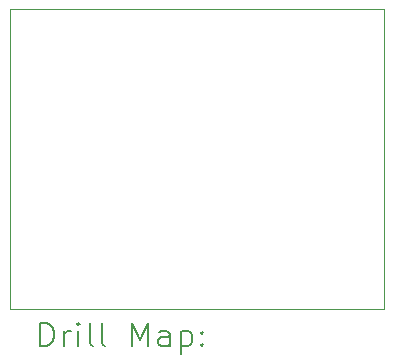
<source format=gbr>
%TF.GenerationSoftware,KiCad,Pcbnew,8.0.3*%
%TF.CreationDate,2024-06-16T13:56:39+02:00*%
%TF.ProjectId,UPET-Wifi,55504554-2d57-4696-9669-2e6b69636164,rev?*%
%TF.SameCoordinates,Original*%
%TF.FileFunction,Drillmap*%
%TF.FilePolarity,Positive*%
%FSLAX45Y45*%
G04 Gerber Fmt 4.5, Leading zero omitted, Abs format (unit mm)*
G04 Created by KiCad (PCBNEW 8.0.3) date 2024-06-16 13:56:39*
%MOMM*%
%LPD*%
G01*
G04 APERTURE LIST*
%ADD10C,0.050000*%
%ADD11C,0.200000*%
G04 APERTURE END LIST*
D10*
X15621000Y-10795000D02*
X12448500Y-10795000D01*
X12448500Y-8255000D02*
X15621000Y-8255000D01*
X15621000Y-8255000D02*
X15621000Y-10795000D01*
X12448500Y-10795000D02*
X12448500Y-8255000D01*
D11*
X12706777Y-11108984D02*
X12706777Y-10908984D01*
X12706777Y-10908984D02*
X12754396Y-10908984D01*
X12754396Y-10908984D02*
X12782967Y-10918508D01*
X12782967Y-10918508D02*
X12802015Y-10937555D01*
X12802015Y-10937555D02*
X12811539Y-10956603D01*
X12811539Y-10956603D02*
X12821062Y-10994698D01*
X12821062Y-10994698D02*
X12821062Y-11023270D01*
X12821062Y-11023270D02*
X12811539Y-11061365D01*
X12811539Y-11061365D02*
X12802015Y-11080412D01*
X12802015Y-11080412D02*
X12782967Y-11099460D01*
X12782967Y-11099460D02*
X12754396Y-11108984D01*
X12754396Y-11108984D02*
X12706777Y-11108984D01*
X12906777Y-11108984D02*
X12906777Y-10975650D01*
X12906777Y-11013746D02*
X12916301Y-10994698D01*
X12916301Y-10994698D02*
X12925824Y-10985174D01*
X12925824Y-10985174D02*
X12944872Y-10975650D01*
X12944872Y-10975650D02*
X12963920Y-10975650D01*
X13030586Y-11108984D02*
X13030586Y-10975650D01*
X13030586Y-10908984D02*
X13021062Y-10918508D01*
X13021062Y-10918508D02*
X13030586Y-10928031D01*
X13030586Y-10928031D02*
X13040110Y-10918508D01*
X13040110Y-10918508D02*
X13030586Y-10908984D01*
X13030586Y-10908984D02*
X13030586Y-10928031D01*
X13154396Y-11108984D02*
X13135348Y-11099460D01*
X13135348Y-11099460D02*
X13125824Y-11080412D01*
X13125824Y-11080412D02*
X13125824Y-10908984D01*
X13259158Y-11108984D02*
X13240110Y-11099460D01*
X13240110Y-11099460D02*
X13230586Y-11080412D01*
X13230586Y-11080412D02*
X13230586Y-10908984D01*
X13487729Y-11108984D02*
X13487729Y-10908984D01*
X13487729Y-10908984D02*
X13554396Y-11051841D01*
X13554396Y-11051841D02*
X13621062Y-10908984D01*
X13621062Y-10908984D02*
X13621062Y-11108984D01*
X13802015Y-11108984D02*
X13802015Y-11004222D01*
X13802015Y-11004222D02*
X13792491Y-10985174D01*
X13792491Y-10985174D02*
X13773443Y-10975650D01*
X13773443Y-10975650D02*
X13735348Y-10975650D01*
X13735348Y-10975650D02*
X13716301Y-10985174D01*
X13802015Y-11099460D02*
X13782967Y-11108984D01*
X13782967Y-11108984D02*
X13735348Y-11108984D01*
X13735348Y-11108984D02*
X13716301Y-11099460D01*
X13716301Y-11099460D02*
X13706777Y-11080412D01*
X13706777Y-11080412D02*
X13706777Y-11061365D01*
X13706777Y-11061365D02*
X13716301Y-11042317D01*
X13716301Y-11042317D02*
X13735348Y-11032793D01*
X13735348Y-11032793D02*
X13782967Y-11032793D01*
X13782967Y-11032793D02*
X13802015Y-11023270D01*
X13897253Y-10975650D02*
X13897253Y-11175650D01*
X13897253Y-10985174D02*
X13916301Y-10975650D01*
X13916301Y-10975650D02*
X13954396Y-10975650D01*
X13954396Y-10975650D02*
X13973443Y-10985174D01*
X13973443Y-10985174D02*
X13982967Y-10994698D01*
X13982967Y-10994698D02*
X13992491Y-11013746D01*
X13992491Y-11013746D02*
X13992491Y-11070889D01*
X13992491Y-11070889D02*
X13982967Y-11089936D01*
X13982967Y-11089936D02*
X13973443Y-11099460D01*
X13973443Y-11099460D02*
X13954396Y-11108984D01*
X13954396Y-11108984D02*
X13916301Y-11108984D01*
X13916301Y-11108984D02*
X13897253Y-11099460D01*
X14078205Y-11089936D02*
X14087729Y-11099460D01*
X14087729Y-11099460D02*
X14078205Y-11108984D01*
X14078205Y-11108984D02*
X14068682Y-11099460D01*
X14068682Y-11099460D02*
X14078205Y-11089936D01*
X14078205Y-11089936D02*
X14078205Y-11108984D01*
X14078205Y-10985174D02*
X14087729Y-10994698D01*
X14087729Y-10994698D02*
X14078205Y-11004222D01*
X14078205Y-11004222D02*
X14068682Y-10994698D01*
X14068682Y-10994698D02*
X14078205Y-10985174D01*
X14078205Y-10985174D02*
X14078205Y-11004222D01*
M02*

</source>
